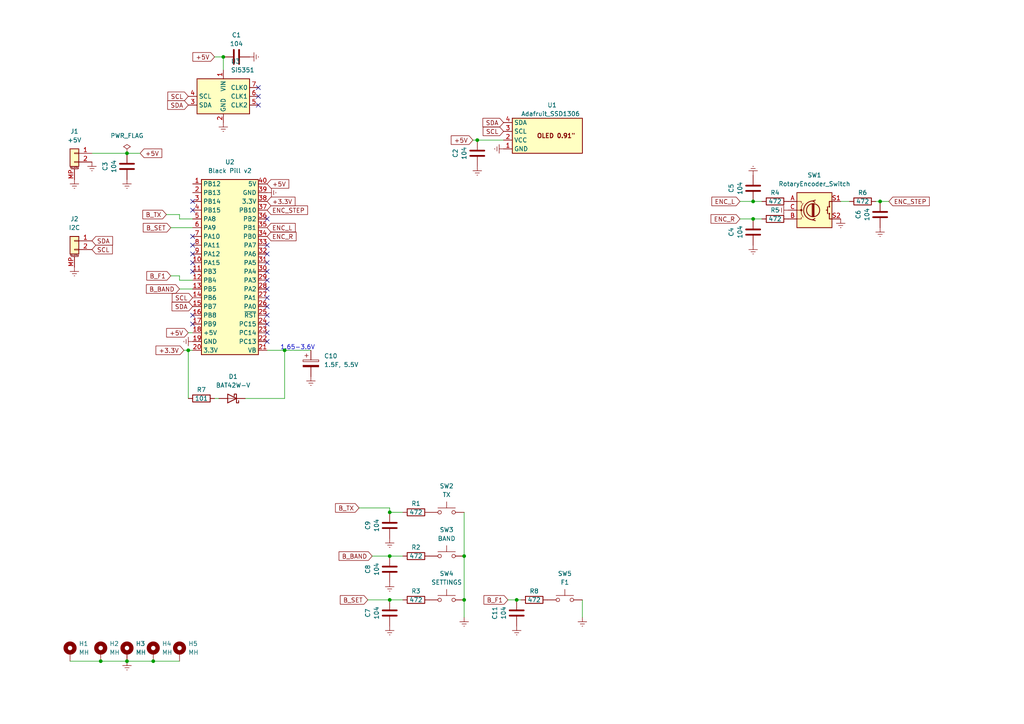
<source format=kicad_sch>
(kicad_sch (version 20230121) (generator eeschema)
  (paper "A4")
  (lib_symbols
    (symbol "Connector_Generic_MountingPin:Conn_01x02_MountingPin" (pin_names (offset 1.016) hide)
      (property "Reference" "J" (at 0 2.54 0))
      (property "Value" "Conn_01x02_MountingPin" (at 1.27 -5.08 0))
      (symbol "Conn_01x02_MountingPin_1_1"
        (rectangle (start -1.27 -2.413) (end 0 -2.667) (stroke (width 0.1524)))
        (rectangle (start -1.27 0.127) (end 0 -0.127) (stroke (width 0.1524)))
        (rectangle (start -1.27 1.27) (end 1.27 -3.81) (stroke (width 0.254)) (fill (type background)))
        (polyline (pts (xy -1.016 -4.572) (xy 1.016 -4.572)) (stroke (width 0.1524)))
        (text "Mounting" (at 0 -4.191 0) (effects (font (size 0.381 0.381))))
        (pin passive line (at -5.08 0 0) (length 3.81) (name "Pin_1") (number "1"))
        (pin passive line (at -5.08 -2.54 0) (length 3.81) (name "Pin_2") (number "2"))
        (pin passive line (at 0 -7.62 90) (length 3.048) (name "MountPin") (number "MP"))
      )
    )
    (symbol "Device:C" (pin_numbers hide) (pin_names (offset 0.254))
      (property "Reference" "C" (at 0.635 2.54 0))
      (property "Value" "C" (at 0.635 -2.54 0))
      (symbol "C_0_1"
        (polyline (pts (xy -2.032 -0.762) (xy 2.032 -0.762)) (stroke (width 0.508)))
        (polyline (pts (xy -2.032 0.762) (xy 2.032 0.762)) (stroke (width 0.508)))
      )
      (symbol "C_1_1"
        (pin passive line (at 0 3.81 270) (length 2.794) (name "~") (number "1"))
        (pin passive line (at 0 -3.81 90) (length 2.794) (name "~") (number "2"))
      )
    )
    (symbol "Device:C_Polarized" (pin_numbers hide) (pin_names (offset 0.254))
      (property "Reference" "C" (at 0.635 2.54 0))
      (property "Value" "C_Polarized" (at 0.635 -2.54 0))
      (symbol "C_Polarized_0_1"
        (rectangle (start -2.286 0.508) (end 2.286 1.016))
        (polyline (pts (xy -1.778 2.286) (xy -0.762 2.286)))
        (polyline (pts (xy -1.27 2.794) (xy -1.27 1.778)))
        (rectangle (start 2.286 -0.508) (end -2.286 -1.016) (fill (type outline)))
      )
      (symbol "C_Polarized_1_1"
        (pin passive line (at 0 3.81 270) (length 2.794) (name "~") (number "1"))
        (pin passive line (at 0 -3.81 90) (length 2.794) (name "~") (number "2"))
      )
    )
    (symbol "Device:R" (pin_numbers hide) (pin_names (offset 0))
      (property "Reference" "R" (at 2.032 0 90))
      (property "Value" "R" (at 0 0 90))
      (symbol "R_0_1"
        (rectangle (start -1.016 -2.54) (end 1.016 2.54) (stroke (width 0.254)))
      )
      (symbol "R_1_1"
        (pin passive line (at 0 3.81 270) (length 1.27) (name "~") (number "1"))
        (pin passive line (at 0 -3.81 90) (length 1.27) (name "~") (number "2"))
      )
    )
    (symbol "Device:RotaryEncoder_Switch" (pin_names (offset 0.254) hide)
      (property "Reference" "SW" (at 0 6.604 0))
      (property "Value" "RotaryEncoder_Switch" (at 0 -6.604 0))
      (symbol "RotaryEncoder_Switch_0_1"
        (rectangle (start -5.08 5.08) (end 5.08 -5.08) (stroke (width 0.254)) (fill (type background)))
        (circle (center -3.81 0) (radius 0.254) (fill (type outline)))
        (circle (center -0.381 0) (radius 1.905) (stroke (width 0.254)))
        (arc (start -0.381 2.667) (mid -3.0988 -0.0635) (end -0.381 -2.794) (stroke (width 0.254)))
        (polyline (pts (xy -0.635 -1.778) (xy -0.635 1.778)) (stroke (width 0.254)))
        (polyline (pts (xy -0.381 -1.778) (xy -0.381 1.778)) (stroke (width 0.254)))
        (polyline (pts (xy -0.127 1.778) (xy -0.127 -1.778)) (stroke (width 0.254)))
        (polyline (pts (xy 3.81 0) (xy 3.429 0)) (stroke (width 0.254)))
        (polyline (pts (xy 3.81 1.016) (xy 3.81 -1.016)) (stroke (width 0.254)))
        (polyline (pts (xy -5.08 -2.54) (xy -3.81 -2.54) (xy -3.81 -2.032)))
        (polyline (pts (xy -5.08 2.54) (xy -3.81 2.54) (xy -3.81 2.032)))
        (polyline (pts (xy 0.254 -3.048) (xy -0.508 -2.794) (xy 0.127 -2.413)) (stroke (width 0.254)))
        (polyline (pts (xy 0.254 2.921) (xy -0.508 2.667) (xy 0.127 2.286)) (stroke (width 0.254)))
        (polyline (pts (xy 5.08 -2.54) (xy 4.318 -2.54) (xy 4.318 -1.016)) (stroke (width 0.254)))
        (polyline (pts (xy 5.08 2.54) (xy 4.318 2.54) (xy 4.318 1.016)) (stroke (width 0.254)))
        (polyline (pts (xy -5.08 0) (xy -3.81 0) (xy -3.81 -1.016) (xy -3.302 -2.032)))
        (polyline (pts (xy -4.318 0) (xy -3.81 0) (xy -3.81 1.016) (xy -3.302 2.032)))
        (circle (center 4.318 -1.016) (radius 0.127) (stroke (width 0.254)))
        (circle (center 4.318 1.016) (radius 0.127) (stroke (width 0.254)))
      )
      (symbol "RotaryEncoder_Switch_1_1"
        (pin passive line (at -7.62 2.54 0) (length 2.54) (name "A") (number "A"))
        (pin passive line (at -7.62 -2.54 0) (length 2.54) (name "B") (number "B"))
        (pin passive line (at -7.62 0 0) (length 2.54) (name "C") (number "C"))
        (pin passive line (at 7.62 2.54 180) (length 2.54) (name "S1") (number "S1"))
        (pin passive line (at 7.62 -2.54 180) (length 2.54) (name "S2") (number "S2"))
      )
    )
    (symbol "Diode:BAT42W-V" (pin_numbers hide) (pin_names (offset 1.016) hide)
      (property "Reference" "D" (at 0 2.54 0))
      (property "Value" "BAT42W-V" (at 0 -2.54 0))
      (symbol "BAT42W-V_0_1"
        (polyline (pts (xy 1.27 0) (xy -1.27 0)))
        (polyline (pts (xy 1.27 1.27) (xy 1.27 -1.27) (xy -1.27 0) (xy 1.27 1.27)) (stroke (width 0.254)))
        (polyline (pts (xy -1.905 0.635) (xy -1.905 1.27) (xy -1.27 1.27) (xy -1.27 -1.27) (xy -0.635 -1.27) (xy -0.635 -0.635)) (stroke (width 0.254)))
      )
      (symbol "BAT42W-V_1_1"
        (pin passive line (at -3.81 0 0) (length 2.54) (name "K") (number "1"))
        (pin passive line (at 3.81 0 180) (length 2.54) (name "A") (number "2"))
      )
    )
    (symbol "Mechanical:MountingHole_Pad" (pin_numbers hide) (pin_names (offset 1.016) hide)
      (property "Reference" "H" (at 0 6.35 0))
      (property "Value" "MountingHole_Pad" (at 0 4.445 0))
      (symbol "MountingHole_Pad_0_1"
        (circle (center 0 1.27) (radius 1.27) (stroke (width 1.27)))
      )
      (symbol "MountingHole_Pad_1_1"
        (pin input line (at 0 -2.54 90) (length 2.54) (name "1") (number "1"))
      )
    )
    (symbol "PhilsLibrary:Module_BlackPill_v2"
      (property "Reference" "U" (at -6.35 3.81 0))
      (property "Value" "Black Pill v2" (at -6.35 1.27 0))
      (symbol "Module_BlackPill_v2_1_1"
        (rectangle (start -15.24 -2.54) (end 1.27 -53.34) (stroke (width 0.254)) (fill (type background)))
        (pin passive line (at -17.78 -3.81 0) (length 2.54) (name "PB12") (number "1"))
        (pin passive line (at -17.78 -26.67 0) (length 2.54) (name "PA15") (number "10"))
        (pin passive line (at -17.78 -29.21 0) (length 2.54) (name "PB3") (number "11"))
        (pin passive line (at -17.78 -31.75 0) (length 2.54) (name "PB4") (number "12"))
        (pin passive line (at -17.78 -34.29 0) (length 2.54) (name "PB5") (number "13"))
        (pin passive line (at -17.78 -36.83 0) (length 2.54) (name "PB6") (number "14"))
        (pin passive line (at -17.78 -39.37 0) (length 2.54) (name "PB7") (number "15"))
        (pin passive line (at -17.78 -41.91 0) (length 2.54) (name "PB8") (number "16"))
        (pin passive line (at -17.78 -44.45 0) (length 2.54) (name "PB9") (number "17"))
        (pin passive line (at -17.78 -46.99 0) (length 2.54) (name "+5V") (number "18"))
        (pin passive line (at -17.78 -49.53 0) (length 2.54) (name "GND") (number "19"))
        (pin passive line (at -17.78 -6.35 0) (length 2.54) (name "PB13") (number "2"))
        (pin output line (at -17.78 -52.07 0) (length 2.54) (name "3.3V") (number "20"))
        (pin passive line (at 3.81 -52.07 180) (length 2.54) (name "VB") (number "21"))
        (pin passive line (at 3.81 -49.53 180) (length 2.54) (name "PC13") (number "22"))
        (pin passive line (at 3.81 -46.99 180) (length 2.54) (name "PC14") (number "23"))
        (pin passive line (at 3.81 -44.45 180) (length 2.54) (name "PC15") (number "24"))
        (pin passive line (at 3.81 -41.91 180) (length 2.54) (name "~{RST}") (number "25"))
        (pin passive line (at 3.81 -39.37 180) (length 2.54) (name "PA0") (number "26"))
        (pin passive line (at 3.81 -36.83 180) (length 2.54) (name "PA1") (number "27"))
        (pin passive line (at 3.81 -34.29 180) (length 2.54) (name "PA2") (number "28"))
        (pin passive line (at 3.81 -31.75 180) (length 2.54) (name "PA3") (number "29"))
        (pin passive line (at -17.78 -8.89 0) (length 2.54) (name "PB14") (number "3"))
        (pin passive line (at 3.81 -29.21 180) (length 2.54) (name "PA4") (number "30"))
        (pin passive line (at 3.81 -26.67 180) (length 2.54) (name "PA5") (number "31"))
        (pin passive line (at 3.81 -24.13 180) (length 2.54) (name "PA6") (number "32"))
        (pin passive line (at 3.81 -21.59 180) (length 2.54) (name "PA7") (number "33"))
        (pin passive line (at 3.81 -19.05 180) (length 2.54) (name "PB0") (number "34"))
        (pin passive line (at 3.81 -16.51 180) (length 2.54) (name "PB1") (number "35"))
        (pin passive line (at 3.81 -13.97 180) (length 2.54) (name "PB2") (number "36"))
        (pin passive line (at 3.81 -11.43 180) (length 2.54) (name "PB10") (number "37"))
        (pin passive line (at 3.81 -8.89 180) (length 2.54) (name "3.3V") (number "38"))
        (pin passive line (at 3.81 -6.35 180) (length 2.54) (name "GND") (number "39"))
        (pin passive line (at -17.78 -11.43 0) (length 2.54) (name "PB15") (number "4"))
        (pin passive line (at 3.81 -3.81 180) (length 2.54) (name "5V") (number "40"))
        (pin passive line (at -17.78 -13.97 0) (length 2.54) (name "PA8") (number "5"))
        (pin passive line (at -17.78 -16.51 0) (length 2.54) (name "PA9") (number "6"))
        (pin passive line (at -17.78 -19.05 0) (length 2.54) (name "PA10") (number "7"))
        (pin passive line (at -17.78 -21.59 0) (length 2.54) (name "PA11") (number "8"))
        (pin passive line (at -17.78 -24.13 0) (length 2.54) (name "PA12") (number "9"))
      )
    )
    (symbol "PhilsLibrary:Module_OLED_0_91"
      (property "Reference" "U" (at -7.62 8.89 0))
      (property "Value" "Adafruit_SSD1306" (at 0 6.35 0))
      (symbol "Module_OLED_0_91_1_1"
        (rectangle (start -10.16 5.08) (end 10.16 -5.08) (stroke (width 0.254)) (fill (type background)))
        (text "OLED 0.91\"" (at 2.54 0 0) (effects (font (size 1.27 1.27) bold)))
        (pin passive line (at -12.7 -3.81 0) (length 2.54) (name "GND") (number "1"))
        (pin passive line (at -12.7 -1.27 0) (length 2.54) (name "VCC") (number "2"))
        (pin passive line (at -12.7 1.27 0) (length 2.54) (name "SCL") (number "3"))
        (pin passive line (at -12.7 3.81 0) (length 2.54) (name "SDA") (number "4"))
      )
    )
    (symbol "PhilsLibrary:Module_Si5351"
      (property "Reference" "U" (at -7.62 10.16 0))
      (property "Value" "Si5351" (at -7.62 7.62 0))
      (symbol "Module_Si5351_1_1"
        (rectangle (start -7.62 5.08) (end 7.62 -5.08) (stroke (width 0.254)) (fill (type background)))
        (pin power_in line (at 0 7.62 270) (length 2.54) (name "VIN") (number "1"))
        (pin power_in line (at 0 -7.62 90) (length 2.54) (name "GND") (number "2"))
        (pin input line (at -10.16 -2.54 0) (length 2.54) (name "SDA") (number "3"))
        (pin input line (at -10.16 0 0) (length 2.54) (name "SCL") (number "4"))
        (pin output line (at 10.16 -2.54 180) (length 2.54) (name "CLK2") (number "5"))
        (pin output line (at 10.16 0 180) (length 2.54) (name "CLK1") (number "6"))
        (pin output line (at 10.16 2.54 180) (length 2.54) (name "CLK0") (number "7"))
      )
    )
    (symbol "Switch:SW_Push" (pin_numbers hide) (pin_names (offset 1.016) hide)
      (property "Reference" "SW" (at 1.27 2.54 0))
      (property "Value" "SW_Push" (at 0 -1.524 0))
      (symbol "SW_Push_0_1"
        (circle (center -2.032 0) (radius 0.508))
        (polyline (pts (xy 0 1.27) (xy 0 3.048)))
        (polyline (pts (xy 2.54 1.27) (xy -2.54 1.27)))
        (circle (center 2.032 0) (radius 0.508))
        (pin passive line (at -5.08 0 0) (length 2.54) (name "1") (number "1"))
        (pin passive line (at 5.08 0 180) (length 2.54) (name "2") (number "2"))
      )
    )
    (symbol "power:Earth" (power) (pin_names (offset 0))
      (symbol "Earth_0_1"
        (polyline (pts (xy -0.635 -1.905) (xy 0.635 -1.905)))
        (polyline (pts (xy -0.127 -2.54) (xy 0.127 -2.54)))
        (polyline (pts (xy 0 -1.27) (xy 0 0)))
        (polyline (pts (xy 1.27 -1.27) (xy -1.27 -1.27)))
      )
      (symbol "Earth_1_1"
        (pin power_in line (at 0 0 270) (length 0) hide (name "Earth") (number "1"))
      )
    )
    (symbol "power:PWR_FLAG" (power) (pin_numbers hide) (pin_names (offset 0) hide)
      (property "Value" "PWR_FLAG" (at 0 3.81 0))
      (symbol "PWR_FLAG_0_0"
        (pin power_out line (at 0 0 90) (length 0) (name "pwr") (number "1"))
      )
      (symbol "PWR_FLAG_0_1"
        (polyline (pts (xy 0 0) (xy 0 1.27) (xy -1.016 1.905) (xy 0 2.54) (xy 1.016 1.905) (xy 0 1.27)))
      )
    )
  )
  (junction (at 218.44 58.42))
  (junction (at 44.45 191.77))
  (junction (at 134.62 173.99))
  (junction (at 149.86 173.99))
  (junction (at 29.21 191.77))
  (junction (at 36.83 191.77))
  (junction (at 36.83 44.45))
  (junction (at 113.03 148.59))
  (junction (at 113.03 161.29))
  (junction (at 138.43 40.64))
  (junction (at 64.77 16.51))
  (junction (at 113.03 173.99))
  (junction (at 255.27 58.42))
  (junction (at 54.61 101.6))
  (junction (at 82.55 101.6))
  (junction (at 134.62 161.29))
  (junction (at 218.44 63.5))
  (no_connect (at 77.47 76.2))
  (no_connect (at 77.47 81.28))
  (no_connect (at 77.47 86.36))
  (no_connect (at 77.47 83.82))
  (no_connect (at 77.47 93.98))
  (no_connect (at 77.47 88.9))
  (no_connect (at 74.93 27.94))
  (no_connect (at 77.47 96.52))
  (no_connect (at 55.88 76.2))
  (no_connect (at 55.88 68.58))
  (no_connect (at 55.88 60.96))
  (no_connect (at 55.88 71.12))
  (no_connect (at 55.88 58.42))
  (no_connect (at 77.47 91.44))
  (no_connect (at 74.93 30.48))
  (no_connect (at 77.47 78.74))
  (no_connect (at 55.88 73.66))
  (no_connect (at 77.47 63.5))
  (no_connect (at 55.88 78.74))
  (no_connect (at 55.88 93.98))
  (no_connect (at 77.47 71.12))
  (no_connect (at 55.88 91.44))
  (no_connect (at 77.47 99.06))
  (no_connect (at 74.93 25.4))
  (no_connect (at 77.47 73.66))
  (wire (pts (xy 246.38 58.42) (xy 243.84 58.42)))
  (wire (pts (xy 36.83 191.77) (xy 44.45 191.77)))
  (wire (pts (xy 257.81 58.42) (xy 255.27 58.42)))
  (wire (pts (xy 54.61 101.6) (xy 55.88 101.6)))
  (wire (pts (xy 134.62 179.07) (xy 134.62 173.99)))
  (wire (pts (xy 214.63 58.42) (xy 218.44 58.42)))
  (wire (pts (xy 113.03 148.59) (xy 116.84 148.59)))
  (wire (pts (xy 106.68 173.99) (xy 113.03 173.99)))
  (wire (pts (xy 214.63 63.5) (xy 218.44 63.5)))
  (wire (pts (xy 113.03 161.29) (xy 116.84 161.29)))
  (wire (pts (xy 52.07 83.82) (xy 55.88 83.82)))
  (wire (pts (xy 20.32 191.77) (xy 29.21 191.77)))
  (wire (pts (xy 149.86 173.99) (xy 151.13 173.99)))
  (wire (pts (xy 49.53 80.01) (xy 52.07 80.01)))
  (wire (pts (xy 55.88 81.28) (xy 52.07 81.28)))
  (wire (pts (xy 77.47 101.6) (xy 82.55 101.6)))
  (wire (pts (xy 36.83 44.45) (xy 40.64 44.45)))
  (wire (pts (xy 29.21 191.77) (xy 36.83 191.77)))
  (wire (pts (xy 82.55 101.6) (xy 82.55 115.57)))
  (wire (pts (xy 113.03 173.99) (xy 116.84 173.99)))
  (wire (pts (xy 107.95 161.29) (xy 113.03 161.29)))
  (wire (pts (xy 64.77 16.51) (xy 64.77 20.32)))
  (wire (pts (xy 52.07 62.23) (xy 48.26 62.23)))
  (wire (pts (xy 137.16 40.64) (xy 138.43 40.64)))
  (wire (pts (xy 104.14 147.32) (xy 113.03 147.32)))
  (wire (pts (xy 82.55 101.6) (xy 90.17 101.6)))
  (wire (pts (xy 54.61 101.6) (xy 54.61 115.57)))
  (wire (pts (xy 113.03 147.32) (xy 113.03 148.59)))
  (wire (pts (xy 255.27 58.42) (xy 254 58.42)))
  (wire (pts (xy 218.44 58.42) (xy 220.98 58.42)))
  (wire (pts (xy 218.44 63.5) (xy 220.98 63.5)))
  (wire (pts (xy 26.67 44.45) (xy 36.83 44.45)))
  (wire (pts (xy 168.91 179.07) (xy 168.91 173.99)))
  (wire (pts (xy 62.23 115.57) (xy 63.5 115.57)))
  (wire (pts (xy 52.07 63.5) (xy 52.07 62.23)))
  (wire (pts (xy 44.45 191.77) (xy 52.07 191.77)))
  (wire (pts (xy 52.07 81.28) (xy 52.07 80.01)))
  (wire (pts (xy 71.12 115.57) (xy 82.55 115.57)))
  (wire (pts (xy 54.61 96.52) (xy 55.88 96.52)))
  (wire (pts (xy 138.43 40.64) (xy 146.05 40.64)))
  (wire (pts (xy 134.62 148.59) (xy 134.62 161.29)))
  (wire (pts (xy 62.23 16.51) (xy 64.77 16.51)))
  (wire (pts (xy 147.32 173.99) (xy 149.86 173.99)))
  (wire (pts (xy 49.53 66.04) (xy 55.88 66.04)))
  (wire (pts (xy 134.62 161.29) (xy 134.62 173.99)))
  (wire (pts (xy 53.34 101.6) (xy 54.61 101.6)))
  (wire (pts (xy 52.07 63.5) (xy 55.88 63.5)))
  (text "1.65-3.6V" (at 81.28 101.6 0) (effects (font (size 1.27 1.27)) (justify left bottom)))
  (global_label "ENC_STEP" (shape input) (at 77.47 60.96 0) (property "Intersheetrefs" "${INTERSHEET_REFS}" (effects hide)))
  (global_label "+5V" (shape input) (at 40.64 44.45 0) (property "Intersheetrefs" "${INTERSHEET_REFS}" (effects hide)))
  (global_label "SCL" (shape input) (at 26.67 72.39 0) (property "Intersheetrefs" "${INTERSHEET_REFS}" (effects hide)))
  (global_label "B_SET" (shape input) (at 106.68 173.99 180) (property "Intersheetrefs" "${INTERSHEET_REFS}" (effects hide)))
  (global_label "B_F1" (shape input) (at 49.53 80.01 180) (property "Intersheetrefs" "${INTERSHEET_REFS}" (effects hide)))
  (global_label "+5V" (shape input) (at 62.23 16.51 180) (property "Intersheetrefs" "${INTERSHEET_REFS}" (effects hide)))
  (global_label "SDA" (shape input) (at 55.88 88.9 180) (property "Intersheetrefs" "${INTERSHEET_REFS}" (effects hide)))
  (global_label "B_TX" (shape input) (at 48.26 62.23 180) (property "Intersheetrefs" "${INTERSHEET_REFS}" (effects hide)))
  (global_label "+5V" (shape input) (at 77.47 53.34 0) (property "Intersheetrefs" "${INTERSHEET_REFS}" (effects hide)))
  (global_label "+3.3V" (shape input) (at 77.47 58.42 0) (property "Intersheetrefs" "${INTERSHEET_REFS}" (effects hide)))
  (global_label "ENC_STEP" (shape input) (at 257.81 58.42 0) (property "Intersheetrefs" "${INTERSHEET_REFS}" (effects hide)))
  (global_label "B_F1" (shape input) (at 147.32 173.99 180) (property "Intersheetrefs" "${INTERSHEET_REFS}" (effects hide)))
  (global_label "SDA" (shape input) (at 54.61 30.48 180) (property "Intersheetrefs" "${INTERSHEET_REFS}" (effects hide)))
  (global_label "ENC_L" (shape input) (at 214.63 58.42 180) (property "Intersheetrefs" "${INTERSHEET_REFS}" (effects hide)))
  (global_label "SCL" (shape input) (at 55.88 86.36 180) (property "Intersheetrefs" "${INTERSHEET_REFS}" (effects hide)))
  (global_label "B_SET" (shape input) (at 49.53 66.04 180) (property "Intersheetrefs" "${INTERSHEET_REFS}" (effects hide)))
  (global_label "+3.3V" (shape input) (at 53.34 101.6 180) (property "Intersheetrefs" "${INTERSHEET_REFS}" (effects hide)))
  (global_label "SDA" (shape input) (at 146.05 35.56 180) (property "Intersheetrefs" "${INTERSHEET_REFS}" (effects hide)))
  (global_label "B_TX" (shape input) (at 104.14 147.32 180) (property "Intersheetrefs" "${INTERSHEET_REFS}" (effects hide)))
  (global_label "+5V" (shape input) (at 137.16 40.64 180) (property "Intersheetrefs" "${INTERSHEET_REFS}" (effects hide)))
  (global_label "ENC_R" (shape input) (at 214.63 63.5 180) (property "Intersheetrefs" "${INTERSHEET_REFS}" (effects hide)))
  (global_label "ENC_R" (shape input) (at 77.47 68.58 0) (property "Intersheetrefs" "${INTERSHEET_REFS}" (effects hide)))
  (global_label "SCL" (shape input) (at 54.61 27.94 180) (property "Intersheetrefs" "${INTERSHEET_REFS}" (effects hide)))
  (global_label "+5V" (shape input) (at 54.61 96.52 180) (property "Intersheetrefs" "${INTERSHEET_REFS}" (effects hide)))
  (global_label "B_BAND" (shape input) (at 52.07 83.82 180) (property "Intersheetrefs" "${INTERSHEET_REFS}" (effects hide)))
  (global_label "SDA" (shape input) (at 26.67 69.85 0) (property "Intersheetrefs" "${INTERSHEET_REFS}" (effects hide)))
  (global_label "ENC_L" (shape input) (at 77.47 66.04 0) (property "Intersheetrefs" "${INTERSHEET_REFS}" (effects hide)))
  (global_label "B_BAND" (shape input) (at 107.95 161.29 180) (property "Intersheetrefs" "${INTERSHEET_REFS}" (effects hide)))
  (global_label "SCL" (shape input) (at 146.05 38.1 180) (property "Intersheetrefs" "${INTERSHEET_REFS}" (effects hide)))
  (symbol (lib_id "Device:C") (at 138.43 44.45 0) (mirror x) (unit 1)
    (property "Reference" "C2" (at 132.08 44.45 90))
    (property "Value" "104" (at 134.62 44.45 90))
    (property "Footprint" "Capacitor_SMD:C_0805_2012Metric" (effects hide))
  )
  (symbol (lib_id "power:Earth") (at 26.67 46.99 0) (unit 1)
    (property "Reference" "#PWR04" (effects hide))
    (property "Value" "Earth" (effects hide))
  )
  (symbol (lib_id "power:PWR_FLAG") (at 36.83 44.45 0) (unit 1)
    (property "Reference" "#FLG01" (effects hide))
    (property "Value" "PWR_FLAG" (at 36.83 39.37 0))
  )
  (symbol (lib_id "power:Earth") (at 146.05 43.18 270) (unit 1)
    (property "Reference" "#PWR02" (effects hide))
    (property "Value" "Earth" (effects hide))
  )
  (symbol (lib_id "power:Earth") (at 218.44 71.12 0) (unit 1)
    (property "Reference" "#PWR013" (effects hide))
    (property "Value" "Earth" (effects hide))
  )
  (symbol (lib_id "power:Earth") (at 168.91 179.07 0) (unit 1)
    (property "Reference" "#PWR021" (effects hide))
    (property "Value" "Earth" (effects hide))
  )
  (symbol (lib_id "Device:R") (at 120.65 173.99 90) (unit 1)
    (property "Reference" "R3" (at 120.65 171.45 90))
    (property "Value" "472" (at 120.65 173.99 90))
    (property "Footprint" "Resistor_SMD:R_0805_2012Metric" (effects hide))
  )
  (symbol (lib_id "power:Earth") (at 113.03 181.61 0) (unit 1)
    (property "Reference" "#PWR018" (effects hide))
    (property "Value" "Earth" (effects hide))
  )
  (symbol (lib_id "Diode:BAT42W-V") (at 67.31 115.57 180) (unit 1)
    (property "Reference" "D1" (at 67.6275 109.22 0))
    (property "Value" "BAT42W-V" (at 67.6275 111.76 0))
    (property "Footprint" "Diode_SMD:D_SOD-123" (effects hide))
    (property "Datasheet" "http://www.vishay.com/docs/85660/bat42.pdf" (effects hide))
  )
  (symbol (lib_id "Mechanical:MountingHole_Pad") (at 20.32 189.23 0) (unit 1)
    (property "Reference" "H1" (at 22.86 186.69 0) (effects (justify left)))
    (property "Value" "MH" (at 22.86 189.23 0) (effects (justify left)))
    (property "Footprint" "MountingHole:MountingHole_3.2mm_M3_Pad" (effects hide))
  )
  (symbol (lib_id "Mechanical:MountingHole_Pad") (at 36.83 189.23 0) (unit 1)
    (property "Reference" "H3" (at 39.37 186.69 0) (effects (justify left)))
    (property "Value" "MH" (at 39.37 189.23 0) (effects (justify left)))
    (property "Footprint" "MountingHole:MountingHole_3.2mm_M3_Pad" (effects hide))
  )
  (symbol (lib_id "PhilsLibrary:Module_OLED_0_91") (at 158.75 39.37 0) (unit 1)
    (property "Reference" "U1" (at 158.75 30.48 0) (effects (justify left)))
    (property "Value" "Adafruit_SSD1306" (at 151.13 33.02 0) (effects (justify left)))
    (property "Footprint" "PhilsFootprintLibrary:Module_OLED_091" (effects hide))
  )
  (symbol (lib_id "Device:C") (at 255.27 62.23 0) (mirror x) (unit 1)
    (property "Reference" "C6" (at 248.92 62.23 90))
    (property "Value" "104" (at 251.46 62.23 90))
    (property "Footprint" "Capacitor_SMD:C_0805_2012Metric" (effects hide))
  )
  (symbol (lib_id "power:Earth") (at 228.6 60.96 270) (unit 1)
    (property "Reference" "#PWR016" (effects hide))
    (property "Value" "Earth" (effects hide))
  )
  (symbol (lib_id "Switch:SW_Push") (at 163.83 173.99 0) (unit 1)
    (property "Reference" "SW5" (at 163.83 166.37 0))
    (property "Value" "F1" (at 163.83 168.91 0))
    (property "Footprint" "Button_Switch_SMD:SW_SPST_PTS645" (effects hide))
  )
  (symbol (lib_id "power:Earth") (at 55.88 99.06 270) (unit 1)
    (property "Reference" "#PWR09" (effects hide))
    (property "Value" "Earth" (effects hide))
  )
  (symbol (lib_id "power:Earth") (at 21.59 77.47 0) (unit 1)
    (property "Reference" "#PWR07" (effects hide))
    (property "Value" "Earth" (effects hide))
  )
  (symbol (lib_id "Device:C") (at 113.03 165.1 0) (mirror x) (unit 1)
    (property "Reference" "C8" (at 106.68 165.1 90))
    (property "Value" "104" (at 109.22 165.1 90))
    (property "Footprint" "Capacitor_SMD:C_0805_2012Metric" (effects hide))
  )
  (symbol (lib_id "Device:C") (at 113.03 177.8 0) (mirror x) (unit 1)
    (property "Reference" "C7" (at 106.68 177.8 90))
    (property "Value" "104" (at 109.22 177.8 90))
    (property "Footprint" "Capacitor_SMD:C_0805_2012Metric" (effects hide))
  )
  (symbol (lib_id "power:Earth") (at 64.77 35.56 0) (unit 1)
    (property "Reference" "#PWR01" (effects hide))
    (property "Value" "Earth" (effects hide))
  )
  (symbol (lib_id "power:Earth") (at 134.62 179.07 0) (unit 1)
    (property "Reference" "#PWR011" (effects hide))
    (property "Value" "Earth" (effects hide))
  )
  (symbol (lib_id "PhilsLibrary:Module_BlackPill_v2") (at 73.66 49.53 0) (unit 1)
    (property "Reference" "U2" (at 66.675 46.99 0))
    (property "Value" "Black Pill v2" (at 66.675 49.53 0))
    (property "Footprint" "PhilsFootprintLibrary:Module_BlackPill_v2" (effects hide))
    (property "Datasheet" "https://stm32-base.org/boards/STM32F411CEU6-WeAct-Black-Pill-V2.0.html" (effects hide))
  )
  (symbol (lib_id "Device:C") (at 36.83 48.26 0) (mirror x) (unit 1)
    (property "Reference" "C3" (at 30.48 48.26 90))
    (property "Value" "104" (at 33.02 48.26 90))
    (property "Footprint" "Capacitor_SMD:C_0805_2012Metric" (effects hide))
  )
  (symbol (lib_id "Mechanical:MountingHole_Pad") (at 29.21 189.23 0) (unit 1)
    (property "Reference" "H2" (at 31.75 186.69 0) (effects (justify left)))
    (property "Value" "MH" (at 31.75 189.23 0) (effects (justify left)))
    (property "Footprint" "MountingHole:MountingHole_3.2mm_M3_Pad" (effects hide))
  )
  (symbol (lib_id "power:Earth") (at 90.17 109.22 0) (unit 1)
    (property "Reference" "#PWR08" (effects hide))
    (property "Value" "Earth" (effects hide))
  )
  (symbol (lib_id "Switch:SW_Push") (at 129.54 161.29 0) (unit 1)
    (property "Reference" "SW3" (at 129.54 153.67 0))
    (property "Value" "BAND" (at 129.54 156.21 0))
    (property "Footprint" "Button_Switch_SMD:SW_SPST_PTS645" (effects hide))
  )
  (symbol (lib_id "power:Earth") (at 77.47 55.88 90) (unit 1)
    (property "Reference" "#PWR010" (effects hide))
    (property "Value" "Earth" (effects hide))
  )
  (symbol (lib_id "Device:R") (at 250.19 58.42 90) (unit 1)
    (property "Reference" "R6" (at 250.19 55.88 90))
    (property "Value" "472" (at 250.19 58.42 90))
    (property "Footprint" "Resistor_SMD:R_0805_2012Metric" (effects hide))
  )
  (symbol (lib_id "Device:R") (at 224.79 58.42 90) (unit 1)
    (property "Reference" "R4" (at 224.79 55.88 90))
    (property "Value" "472" (at 224.79 58.42 90))
    (property "Footprint" "Resistor_SMD:R_0805_2012Metric" (effects hide))
  )
  (symbol (lib_id "Mechanical:MountingHole_Pad") (at 52.07 189.23 0) (unit 1)
    (property "Reference" "H5" (at 54.61 186.69 0) (effects (justify left)))
    (property "Value" "MH" (at 54.61 189.23 0) (effects (justify left)))
    (property "Footprint" "MountingHole:MountingHole_3.2mm_M3_Pad" (effects hide))
  )
  (symbol (lib_id "Device:R") (at 154.94 173.99 90) (unit 1)
    (property "Reference" "R8" (at 154.94 171.45 90))
    (property "Value" "472" (at 154.94 173.99 90))
    (property "Footprint" "Resistor_SMD:R_0805_2012Metric" (effects hide))
  )
  (symbol (lib_id "PhilsLibrary:Module_Si5351") (at 64.77 27.94 0) (unit 1)
    (property "Reference" "U3" (at 66.9641 17.78 0) (effects (justify left)))
    (property "Value" "Si5351" (at 66.9641 20.32 0) (effects (justify left)))
    (property "Footprint" "PhilsFootprintLibrary:Module_Si5351" (effects hide))
  )
  (symbol (lib_id "Connector_Generic_MountingPin:Conn_01x02_MountingPin") (at 21.59 69.85 0) (mirror y) (unit 1)
    (property "Reference" "J2" (at 21.59 63.5 0))
    (property "Value" "I2C" (at 21.59 66.04 0))
    (property "Footprint" "Connector_JST:JST_PH_S2B-PH-SM4-TB_1x02-1MP_P2.00mm_Horizontal" (effects hide))
  )
  (symbol (lib_id "power:Earth") (at 138.43 48.26 0) (unit 1)
    (property "Reference" "#PWR05" (effects hide))
    (property "Value" "Earth" (effects hide))
  )
  (symbol (lib_id "Device:RotaryEncoder_Switch") (at 236.22 60.96 0) (unit 1)
    (property "Reference" "SW1" (at 236.22 50.8 0))
    (property "Value" "RotaryEncoder_Switch" (at 236.22 53.34 0))
    (property "Footprint" "Rotary_Encoder:RotaryEncoder_Alps_EC11E-Switch_Vertical_H20mm" (effects hide))
  )
  (symbol (lib_id "power:Earth") (at 255.27 66.04 0) (unit 1)
    (property "Reference" "#PWR014" (effects hide))
    (property "Value" "Earth" (effects hide))
  )
  (symbol (lib_id "Mechanical:MountingHole_Pad") (at 44.45 189.23 0) (unit 1)
    (property "Reference" "H4" (at 46.99 186.69 0) (effects (justify left)))
    (property "Value" "MH" (at 46.99 189.23 0) (effects (justify left)))
    (property "Footprint" "MountingHole:MountingHole_3.2mm_M3_Pad" (effects hide))
  )
  (symbol (lib_id "Device:C") (at 68.58 16.51 90) (mirror x) (unit 1)
    (property "Reference" "C1" (at 68.58 10.16 90))
    (property "Value" "104" (at 68.58 12.7 90))
    (property "Footprint" "Capacitor_SMD:C_0805_2012Metric" (effects hide))
  )
  (symbol (lib_id "Device:C") (at 218.44 67.31 0) (mirror x) (unit 1)
    (property "Reference" "C4" (at 212.09 67.31 90))
    (property "Value" "104" (at 214.63 67.31 90))
    (property "Footprint" "Capacitor_SMD:C_0805_2012Metric" (effects hide))
  )
  (symbol (lib_id "power:Earth") (at 149.86 181.61 0) (unit 1)
    (property "Reference" "#PWR022" (effects hide))
    (property "Value" "Earth" (effects hide))
  )
  (symbol (lib_id "power:Earth") (at 218.44 50.8 180) (unit 1)
    (property "Reference" "#PWR017" (effects hide))
    (property "Value" "Earth" (effects hide))
  )
  (symbol (lib_id "Device:C") (at 113.03 152.4 0) (mirror x) (unit 1)
    (property "Reference" "C9" (at 106.68 152.4 90))
    (property "Value" "104" (at 109.22 152.4 90))
    (property "Footprint" "Capacitor_SMD:C_0805_2012Metric" (effects hide))
  )
  (symbol (lib_id "power:Earth") (at 243.84 63.5 0) (unit 1)
    (property "Reference" "#PWR015" (effects hide))
    (property "Value" "Earth" (effects hide))
  )
  (symbol (lib_id "Device:R") (at 58.42 115.57 90) (unit 1)
    (property "Reference" "R7" (at 58.42 113.03 90))
    (property "Value" "101" (at 58.42 115.57 90))
    (property "Footprint" "Resistor_SMD:R_0805_2012Metric" (effects hide))
  )
  (symbol (lib_id "power:Earth") (at 36.83 191.77 0) (unit 1)
    (property "Reference" "#PWR023" (effects hide))
    (property "Value" "Earth" (effects hide))
  )
  (symbol (lib_id "Device:C") (at 218.44 54.61 0) (mirror x) (unit 1)
    (property "Reference" "C5" (at 212.09 54.61 90))
    (property "Value" "104" (at 214.63 54.61 90))
    (property "Footprint" "Capacitor_SMD:C_0805_2012Metric" (effects hide))
  )
  (symbol (lib_id "Device:C") (at 149.86 177.8 0) (mirror x) (unit 1)
    (property "Reference" "C11" (at 143.51 177.8 90))
    (property "Value" "104" (at 146.05 177.8 90))
    (property "Footprint" "Capacitor_SMD:C_0805_2012Metric" (effects hide))
  )
  (symbol (lib_id "Switch:SW_Push") (at 129.54 148.59 0) (unit 1)
    (property "Reference" "SW2" (at 129.54 140.97 0))
    (property "Value" "TX" (at 129.54 143.51 0))
    (property "Footprint" "Button_Switch_SMD:SW_SPST_PTS645" (effects hide))
  )
  (symbol (lib_id "power:Earth") (at 72.39 16.51 90) (unit 1)
    (property "Reference" "#PWR06" (effects hide))
    (property "Value" "Earth" (effects hide))
  )
  (symbol (lib_id "Switch:SW_Push") (at 129.54 173.99 0) (unit 1)
    (property "Reference" "SW4" (at 129.54 166.37 0))
    (property "Value" "SETTINGS" (at 129.54 168.91 0))
    (property "Footprint" "Button_Switch_SMD:SW_SPST_PTS645" (effects hide))
  )
  (symbol (lib_id "power:Earth") (at 21.59 52.07 0) (unit 1)
    (property "Reference" "#PWR03" (effects hide))
    (property "Value" "Earth" (effects hide))
  )
  (symbol (lib_id "power:Earth") (at 113.03 168.91 0) (unit 1)
    (property "Reference" "#PWR019" (effects hide))
    (property "Value" "Earth" (effects hide))
  )
  (symbol (lib_id "Device:C_Polarized") (at 90.17 105.41 0) (unit 1)
    (property "Reference" "C10" (at 93.98 103.251 0) (effects (justify left)))
    (property "Value" "1.5F, 5.5V" (at 93.98 105.791 0) (effects (justify left)))
    (property "Footprint" "PhilsFootprintLibrary:Supercapacitor_C_D21_H7.5_P5.0" (effects hide))
  )
  (symbol (lib_id "Device:R") (at 120.65 148.59 90) (unit 1)
    (property "Reference" "R1" (at 120.65 146.05 90))
    (property "Value" "472" (at 120.65 148.59 90))
    (property "Footprint" "Resistor_SMD:R_0805_2012Metric" (effects hide))
  )
  (symbol (lib_id "Device:R") (at 120.65 161.29 90) (unit 1)
    (property "Reference" "R2" (at 120.65 158.75 90))
    (property "Value" "472" (at 120.65 161.29 90))
    (property "Footprint" "Resistor_SMD:R_0805_2012Metric" (effects hide))
  )
  (symbol (lib_id "power:Earth") (at 113.03 156.21 0) (unit 1)
    (property "Reference" "#PWR020" (effects hide))
    (property "Value" "Earth" (effects hide))
  )
  (symbol (lib_id "power:Earth") (at 36.83 52.07 0) (unit 1)
    (property "Reference" "#PWR012" (effects hide))
    (property "Value" "Earth" (effects hide))
  )
  (symbol (lib_id "Connector_Generic_MountingPin:Conn_01x02_MountingPin") (at 21.59 44.45 0) (mirror y) (unit 1)
    (property "Reference" "J1" (at 21.59 38.1 0))
    (property "Value" "+5V" (at 21.59 40.64 0))
    (property "Footprint" "Connector_JST:JST_PH_S2B-PH-SM4-TB_1x02-1MP_P2.00mm_Horizontal" (effects hide))
  )
  (symbol (lib_id "Device:R") (at 224.79 63.5 90) (unit 1)
    (property "Reference" "R5" (at 224.79 60.96 90))
    (property "Value" "472" (at 224.79 63.5 90))
    (property "Footprint" "Resistor_SMD:R_0805_2012Metric" (effects hide))
  )
)
</source>
